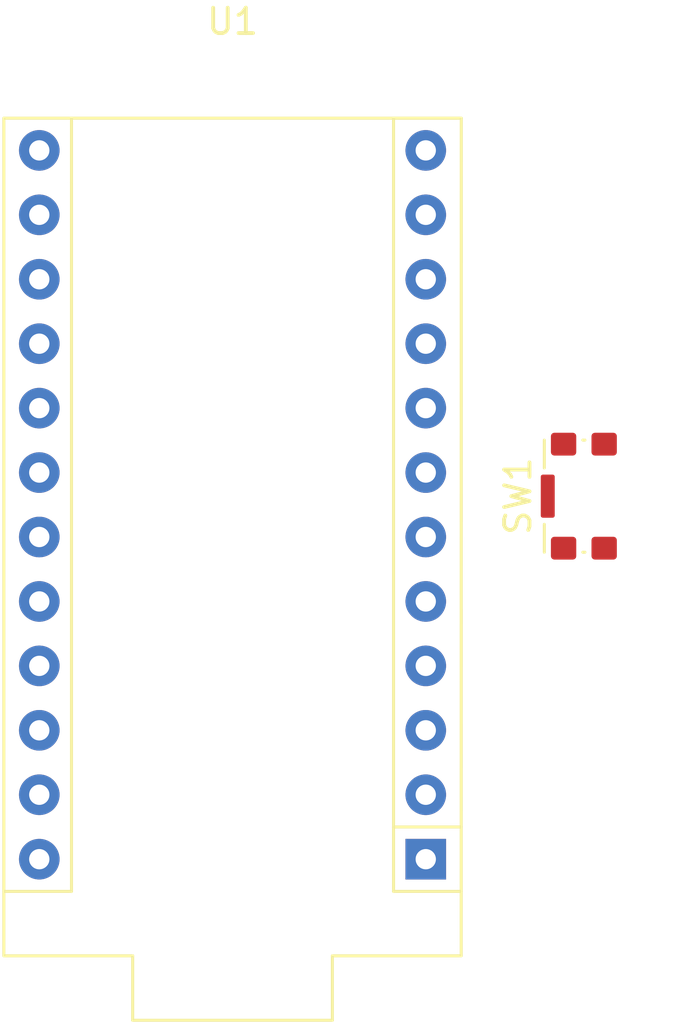
<source format=kicad_pcb>
(kicad_pcb (version 20241229) (generator "pcbnew") (generator_version "9.0")
  (layers (0 "F.Cu" signal) (2 "B.Cu" signal) (13 "F.Paste" user) (15 "B.Paste" user) (5 "F.SilkS" user "F.Silkscreen") (7 "B.SilkS" user "B.Silkscreen") (1 "F.Mask" user) (3 "B.Mask" user) (25 "Edge.Cuts" user))
  (net 0 "")
  (net 1 "Net-(U1-~D6{slash}A7)")
  (net 3 "/G")
  (net 21 "Net-(U1-VCC)")
  (footprint "Arduino:Sparkfun_Pro_Micro" (layer "F.Cu") (at 54.61 51.435)
    (property "Reference" "U1" (at 7.62 -5.08 0) (layer "F.SilkS"))
    (property "Value" "Sparkfun_Pro_Micro")
    (fp_line (start -1.397 -1.27) (end -1.397 31.75) (stroke (width 0.12)) (layer "F.SilkS"))
    (fp_line (start -1.397 31.75) (end 3.683 31.75) (stroke (width 0.12)) (layer "F.SilkS"))
    (fp_line (start 1.27 -1.27) (end -1.397 -1.27) (stroke (width 0.12)) (layer "F.SilkS"))
    (fp_line (start 1.27 1.27) (end 1.27 -1.27) (stroke (width 0.12)) (layer "F.SilkS"))
    (fp_line (start 1.27 1.27) (end 1.27 29.21) (stroke (width 0.12)) (layer "F.SilkS"))
    (fp_line (start 1.27 29.21) (end -1.4 29.21) (stroke (width 0.12)) (layer "F.SilkS"))
    (fp_line (start 3.683 34.29) (end 3.683 31.75) (stroke (width 0.12)) (layer "F.SilkS"))
    (fp_line (start 3.683 34.29) (end 11.557 34.29) (stroke (width 0.12)) (layer "F.SilkS"))
    (fp_line (start 11.557 31.75) (end 16.637 31.75) (stroke (width 0.12)) (layer "F.SilkS"))
    (fp_line (start 11.557 34.29) (end 11.557 31.75) (stroke (width 0.12)) (layer "F.SilkS"))
    (fp_line (start 13.97 -1.27) (end 13.97 29.21) (stroke (width 0.12)) (layer "F.SilkS"))
    (fp_line (start 13.97 -1.27) (end 16.64 -1.27) (stroke (width 0.12)) (layer "F.SilkS"))
    (fp_line (start 13.97 26.67) (end 16.64 26.67) (stroke (width 0.12)) (layer "F.SilkS"))
    (fp_line (start 13.97 29.21) (end 16.64 29.21) (stroke (width 0.12)) (layer "F.SilkS"))
    (fp_line (start 16.637 -1.27) (end 1.27 -1.27) (stroke (width 0.12)) (layer "F.SilkS"))
    (fp_line (start 16.637 31.75) (end 16.64 -1.27) (stroke (width 0.12)) (layer "F.SilkS"))
    (pad "1" thru_hole rect (at 15.24 27.94) (size 1.6 1.6) (drill 0.8) (layers "*.Cu" "*.Mask"))
    (pad "2" thru_hole oval (at 15.24 25.4) (size 1.6 1.6) (drill 0.8) (layers "*.Cu" "*.Mask"))
    (pad "3" thru_hole oval (at 15.24 22.86) (size 1.6 1.6) (drill 0.8) (layers "*.Cu" "*.Mask") (net 3 "/G"))
    (pad "4" thru_hole oval (at 15.24 20.32) (size 1.6 1.6) (drill 0.8) (layers "*.Cu" "*.Mask") (net 3 "/G"))
    (pad "5" thru_hole oval (at 15.24 17.78) (size 1.6 1.6) (drill 0.8) (layers "*.Cu" "*.Mask"))
    (pad "6" thru_hole oval (at 15.24 15.24) (size 1.6 1.6) (drill 0.8) (layers "*.Cu" "*.Mask"))
    (pad "7" thru_hole oval (at 15.24 12.7) (size 1.6 1.6) (drill 0.8) (layers "*.Cu" "*.Mask"))
    (pad "8" thru_hole oval (at 15.24 10.16) (size 1.6 1.6) (drill 0.8) (layers "*.Cu" "*.Mask"))
    (pad "9" thru_hole oval (at 15.24 7.62) (size 1.6 1.6) (drill 0.8) (layers "*.Cu" "*.Mask") (net 1 "Net-(U1-~D6{slash}A7)"))
    (pad "10" thru_hole oval (at 15.24 5.08) (size 1.6 1.6) (drill 0.8) (layers "*.Cu" "*.Mask"))
    (pad "11" thru_hole oval (at 15.24 2.54) (size 1.6 1.6) (drill 0.8) (layers "*.Cu" "*.Mask"))
    (pad "12" thru_hole oval (at 15.24 0) (size 1.6 1.6) (drill 0.8) (layers "*.Cu" "*.Mask"))
    (pad "13" thru_hole oval (at 0 0) (size 1.6 1.6) (drill 0.8) (layers "*.Cu" "*.Mask"))
    (pad "14" thru_hole oval (at 0 2.54) (size 1.6 1.6) (drill 0.8) (layers "*.Cu" "*.Mask"))
    (pad "15" thru_hole oval (at 0 5.08) (size 1.6 1.6) (drill 0.8) (layers "*.Cu" "*.Mask"))
    (pad "16" thru_hole oval (at 0 7.62) (size 1.6 1.6) (drill 0.8) (layers "*.Cu" "*.Mask"))
    (pad "17" thru_hole oval (at 0 10.16) (size 1.6 1.6) (drill 0.8) (layers "*.Cu" "*.Mask"))
    (pad "18" thru_hole oval (at 0 12.7) (size 1.6 1.6) (drill 0.8) (layers "*.Cu" "*.Mask"))
    (pad "19" thru_hole oval (at 0 15.24) (size 1.6 1.6) (drill 0.8) (layers "*.Cu" "*.Mask"))
    (pad "20" thru_hole oval (at 0 17.78) (size 1.6 1.6) (drill 0.8) (layers "*.Cu" "*.Mask"))
    (pad "21" thru_hole oval (at 0 20.32) (size 1.6 1.6) (drill 0.8) (layers "*.Cu" "*.Mask") (net 21 "Net-(U1-VCC)"))
    (pad "22" thru_hole oval (at 0 22.86) (size 1.6 1.6) (drill 0.8) (layers "*.Cu" "*.Mask"))
    (pad "23" thru_hole oval (at 0 25.4) (size 1.6 1.6) (drill 0.8) (layers "*.Cu" "*.Mask") (net 3 "/G"))
    (pad "24" thru_hole oval (at 0 27.94) (size 1.6 1.6) (drill 0.8) (layers "*.Cu" "*.Mask"))
  )
  (footprint "Button_Switch_SMD:SW_SPST_CK_KMS2xxGP" (layer "F.Cu") (at 76.085 65.065 90)
    (property "Reference" "SW1" (at 0 -2.6 90) (layer "F.SilkS"))
    (property "Value" "CK_KMS2xxG")
    (fp_line (start 1.11 -1.56) (end 2.21 -1.56) (stroke (width 0.12)) (layer "F.SilkS"))
    (fp_line (start -2.21 -1.56) (end -1.11 -1.56) (stroke (width 0.12)) (layer "F.SilkS"))
    (fp_line (start 2.21 -0.04) (end 2.21 0.04) (stroke (width 0.12)) (layer "F.SilkS"))
    (fp_line (start -2.21 -0.04) (end -2.21 0.04) (stroke (width 0.12)) (layer "F.SilkS"))
    (pad "" np_thru_hole circle (at -0.975 0.75 90) (size 0.9 0.9) (drill 0.9) (layers "*.Cu" "*.Mask"))
    (pad "" np_thru_hole circle (at 0.975 0.75 90) (size 0.9 0.9) (drill 0.9) (layers "*.Cu" "*.Mask"))
    (pad "1" smd roundrect (at -2.05 -0.8 90) (size 0.9 1) (layers "F.Cu" "F.Mask" "F.Paste") (roundrect_rratio 0.15) (net 3 "/G"))
    (pad "1" smd roundrect (at 2.05 -0.8 90) (size 0.9 1) (layers "F.Cu" "F.Mask" "F.Paste") (roundrect_rratio 0.15) (net 3 "/G"))
    (pad "2" smd roundrect (at -2.05 0.8 90) (size 0.9 1) (layers "F.Cu" "F.Mask" "F.Paste") (roundrect_rratio 0.15) (net 1 "Net-(U1-~D6{slash}A7)"))
    (pad "2" smd roundrect (at 2.05 0.8 90) (size 0.9 1) (layers "F.Cu" "F.Mask" "F.Paste") (roundrect_rratio 0.15) (net 1 "Net-(U1-~D6{slash}A7)"))
    (pad "SH" smd roundrect (at 0 -1.425 90) (size 1.7 0.55) (layers "F.Cu" "F.Mask" "F.Paste") (roundrect_rratio 0.15))
  )
)
</source>
